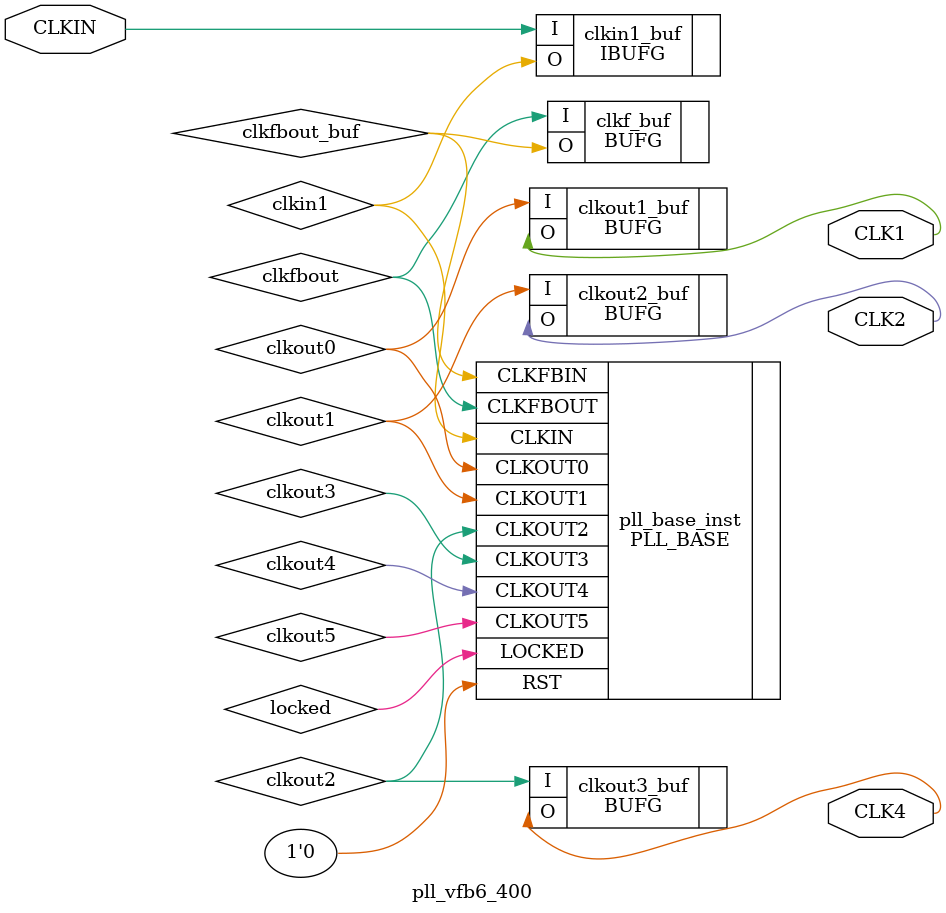
<source format=v>
`timescale 1ps/1ps

module pll_vfb6_400 ( CLKIN,
                      CLK1,
                      CLK2,
                      CLK4 );

	input wire CLKIN;
	output wire CLK1;
	output wire CLK2;
	output wire CLK4;
	
	wire clkin1;
	wire clkout0;
	wire clkout1;
	wire clkout2;
	
	
  // input buffering
  //------------------------------------
  IBUFG clkin1_buf (
    .O (clkin1),
    .I (CLKIN));

  wire        locked;
  wire        clkfbout;
  wire        clkfbout_buf;
  wire        clkout3;
  wire        clkout4;
  wire        clkout5;

  PLL_BASE
  #(.BANDWIDTH              ("HIGH"),
    .CLK_FEEDBACK           ("CLKFBOUT"),
    .COMPENSATION           ("SYSTEM_SYNCHRONOUS"),
    .DIVCLK_DIVIDE          (1),
    .CLKFBOUT_MULT          (8),
    .CLKFBOUT_PHASE         (0.000),
    .CLKOUT0_DIVIDE         (8),
    .CLKOUT0_PHASE          (0.000),
    .CLKOUT0_DUTY_CYCLE     (0.500),
    .CLKOUT1_DIVIDE         (4),
    .CLKOUT1_PHASE          (0.000),
    .CLKOUT1_DUTY_CYCLE     (0.500),
    .CLKOUT2_DIVIDE         (2),
    .CLKOUT2_PHASE          (0.000),
    .CLKOUT2_DUTY_CYCLE     (0.500),
    .CLKIN_PERIOD           (10.000),
    .REF_JITTER             (0.001))
  pll_base_inst (
    .CLKFBOUT              (clkfbout),
    .CLKOUT0               (clkout0),
    .CLKOUT1               (clkout1),
    .CLKOUT2               (clkout2),
    .CLKOUT3               (clkout3),
    .CLKOUT4               (clkout4),
    .CLKOUT5               (clkout5),
    .LOCKED                (locked),
    .RST                   (1'b0),
    .CLKFBIN               (clkfbout_buf),
    .CLKIN                 (clkin1));


  // output buffering
  //-----------------------------------
  BUFG clkf_buf (
    .O (clkfbout_buf),
    .I (clkfbout));

  BUFG clkout1_buf (
    .O   (CLK1),
    .I   (clkout0));


  BUFG clkout2_buf (
    .O   (CLK2),
    .I   (clkout1));

  BUFG clkout3_buf (
    .O   (CLK4),
    .I   (clkout2));

endmodule

</source>
